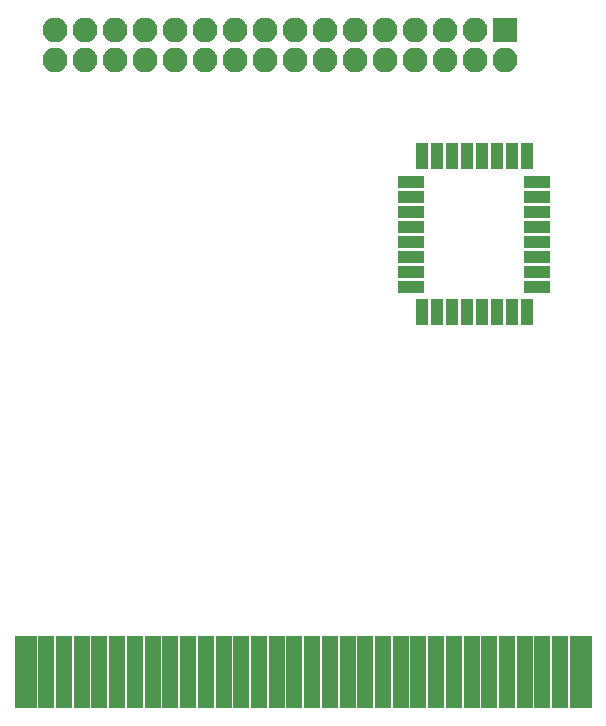
<source format=gts>
%TF.GenerationSoftware,KiCad,Pcbnew,4.0.6*%
%TF.CreationDate,2017-11-25T15:44:54+09:00*%
%TF.ProjectId,gb_rom_board,67625F726F6D5F626F6172642E6B6963,rev?*%
%TF.FileFunction,Soldermask,Top*%
%FSLAX46Y46*%
G04 Gerber Fmt 4.6, Leading zero omitted, Abs format (unit mm)*
G04 Created by KiCad (PCBNEW 4.0.6) date 11/25/17 15:44:54*
%MOMM*%
%LPD*%
G01*
G04 APERTURE LIST*
%ADD10C,0.100000*%
%ADD11R,1.100000X2.325000*%
%ADD12R,2.325000X1.100000*%
%ADD13R,2.100000X2.100000*%
%ADD14O,2.100000X2.100000*%
%ADD15R,1.900000X6.200000*%
%ADD16R,1.400000X6.200000*%
G04 APERTURE END LIST*
D10*
D11*
X152362000Y-85725900D03*
X151092000Y-85725900D03*
X149822000Y-85725900D03*
X148552000Y-85725900D03*
X153632000Y-85725900D03*
X154902000Y-85725900D03*
X156172000Y-85725900D03*
X157442000Y-85725900D03*
D12*
X147674500Y-87873400D03*
X147674500Y-89143400D03*
X147674500Y-90413400D03*
X147674500Y-91683400D03*
X147674500Y-92953400D03*
X147674500Y-94223400D03*
X147674500Y-95493400D03*
X147674500Y-96763400D03*
D11*
X148552000Y-98910900D03*
X149822000Y-98910900D03*
X151092000Y-98910900D03*
X152362000Y-98910900D03*
X153632000Y-98910900D03*
X154902000Y-98910900D03*
X156172000Y-98910900D03*
X157442000Y-98910900D03*
D12*
X158319500Y-96763400D03*
X158319500Y-95493400D03*
X158319500Y-94223400D03*
X158319500Y-92953400D03*
X158319500Y-91683400D03*
X158319500Y-90413400D03*
X158319500Y-89143400D03*
X158319500Y-87873400D03*
D13*
X155586000Y-75018900D03*
D14*
X155586000Y-77558900D03*
X153046000Y-75018900D03*
X153046000Y-77558900D03*
X150506000Y-75018900D03*
X150506000Y-77558900D03*
X147966000Y-75018900D03*
X147966000Y-77558900D03*
X145426000Y-75018900D03*
X145426000Y-77558900D03*
X142886000Y-75018900D03*
X142886000Y-77558900D03*
X140346000Y-75018900D03*
X140346000Y-77558900D03*
X137806000Y-75018900D03*
X137806000Y-77558900D03*
X135266000Y-75018900D03*
X135266000Y-77558900D03*
X132726000Y-75018900D03*
X132726000Y-77558900D03*
X130186000Y-75018900D03*
X130186000Y-77558900D03*
X127646000Y-75018900D03*
X127646000Y-77558900D03*
X125106000Y-75018900D03*
X125106000Y-77558900D03*
X122566000Y-75018900D03*
X122566000Y-77558900D03*
X120026000Y-75018900D03*
X120026000Y-77558900D03*
X117486000Y-75018900D03*
X117486000Y-77558900D03*
D15*
X115019000Y-129402000D03*
D16*
X116769000Y-129402000D03*
X118269000Y-129402000D03*
X119769000Y-129402000D03*
X121269000Y-129402000D03*
X122769000Y-129402000D03*
X124269000Y-129402000D03*
X125769000Y-129402000D03*
X127269000Y-129402000D03*
X128769000Y-129402000D03*
X130269000Y-129402000D03*
X131769000Y-129402000D03*
X133269000Y-129402000D03*
X134769000Y-129402000D03*
X136269000Y-129402000D03*
X137769000Y-129402000D03*
X139269000Y-129402000D03*
X140769000Y-129402000D03*
X142269000Y-129402000D03*
X143769000Y-129402000D03*
X145269000Y-129402000D03*
X146769000Y-129402000D03*
X148269000Y-129402000D03*
X149769000Y-129402000D03*
X151269000Y-129402000D03*
X152769000Y-129402000D03*
X154269000Y-129402000D03*
X155769000Y-129402000D03*
X157269000Y-129402000D03*
X158769000Y-129402000D03*
X160269000Y-129402000D03*
D15*
X162019000Y-129402000D03*
M02*

</source>
